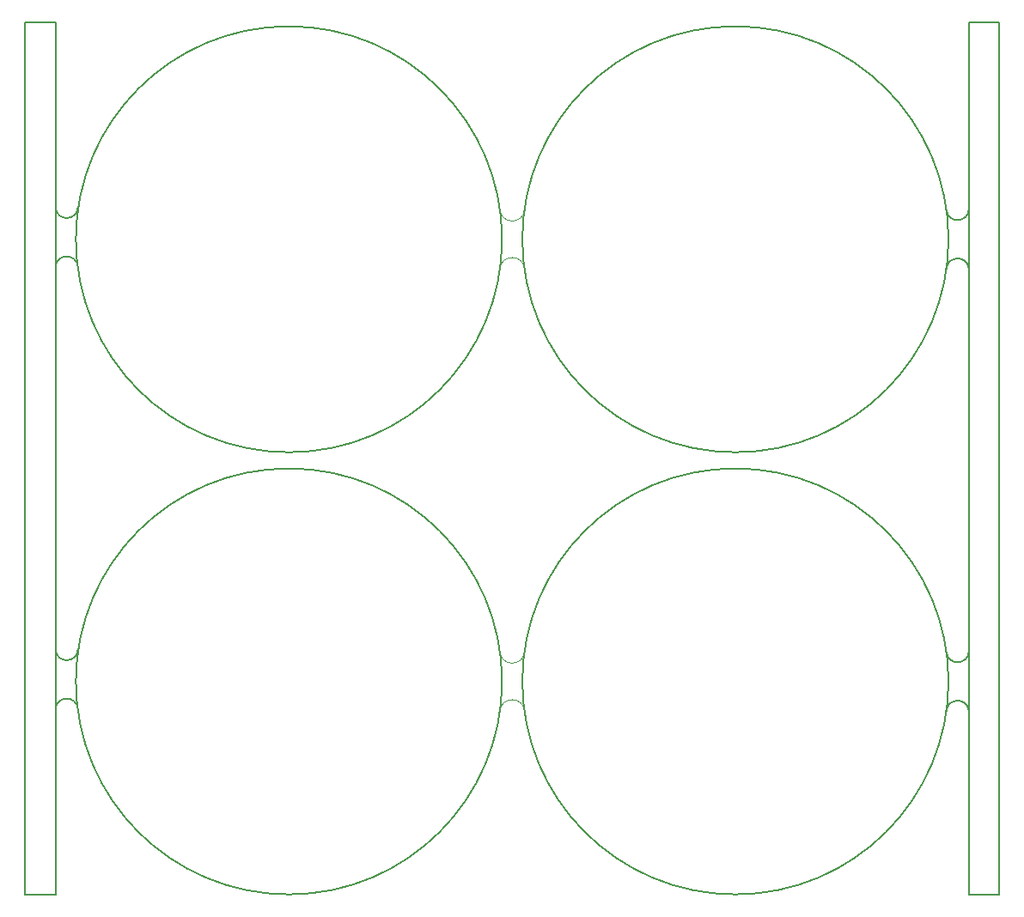
<source format=gbr>
G04 #@! TF.GenerationSoftware,KiCad,Pcbnew,(5.1.9)-1*
G04 #@! TF.CreationDate,2021-11-24T11:51:20+08:00*
G04 #@! TF.ProjectId,RGB-ring,5247422d-7269-46e6-972e-6b696361645f,rev?*
G04 #@! TF.SameCoordinates,Original*
G04 #@! TF.FileFunction,Profile,NP*
%FSLAX46Y46*%
G04 Gerber Fmt 4.6, Leading zero omitted, Abs format (unit mm)*
G04 Created by KiCad (PCBNEW (5.1.9)-1) date 2021-11-24 11:51:20*
%MOMM*%
%LPD*%
G01*
G04 APERTURE LIST*
G04 #@! TA.AperFunction,Profile*
%ADD10C,0.150000*%
G04 #@! TD*
G04 #@! TA.AperFunction,Profile*
%ADD11C,0.120000*%
G04 #@! TD*
G04 APERTURE END LIST*
D10*
X169004536Y-46400107D02*
G75*
G02*
X166800000Y-46500000I-1104536J107D01*
G01*
X166795464Y-52399893D02*
G75*
G02*
X169000000Y-52300000I1104536J-107D01*
G01*
X172000000Y-114000000D02*
X169000000Y-114000000D01*
X169000000Y-114000000D02*
X169000000Y-28000000D01*
X169000000Y-28000000D02*
X172000000Y-28000000D01*
X172000000Y-28000000D02*
X172000000Y-114000000D01*
X166795464Y-95999893D02*
G75*
G02*
X169000000Y-95900000I1104536J-107D01*
G01*
X169004536Y-90000107D02*
G75*
G02*
X166800000Y-90100000I-1104536J107D01*
G01*
X78995464Y-52199893D02*
G75*
G02*
X81200000Y-52100000I1104536J-107D01*
G01*
X81204536Y-46200107D02*
G75*
G02*
X79000000Y-46300000I-1104536J107D01*
G01*
X78995464Y-95799893D02*
G75*
G02*
X81200000Y-95700000I1104536J-107D01*
G01*
X81204536Y-89800107D02*
G75*
G02*
X79000000Y-89900000I-1104536J107D01*
G01*
X79000000Y-28000000D02*
X79000000Y-114000000D01*
X76000000Y-28000000D02*
X79000000Y-28000000D01*
X76000000Y-114000000D02*
X76000000Y-28000000D01*
X79000000Y-114000000D02*
X76000000Y-114000000D01*
D11*
X125200000Y-46400000D02*
G75*
G02*
X122800000Y-46400000I-1200000J0D01*
G01*
X125200000Y-90000000D02*
G75*
G02*
X122800000Y-90000000I-1200000J0D01*
G01*
X122800000Y-96000000D02*
G75*
G02*
X125200000Y-96000000I1200000J0D01*
G01*
D10*
X167000000Y-49400000D02*
G75*
G03*
X167000000Y-49400000I-21000000J0D01*
G01*
X167000000Y-93000000D02*
G75*
G03*
X167000000Y-93000000I-21000000J0D01*
G01*
D11*
X122800000Y-52400000D02*
G75*
G02*
X125200000Y-52400000I1200000J0D01*
G01*
D10*
X123000000Y-49400000D02*
G75*
G03*
X123000000Y-49400000I-21000000J0D01*
G01*
X123000000Y-93000000D02*
G75*
G03*
X123000000Y-93000000I-21000000J0D01*
G01*
M02*

</source>
